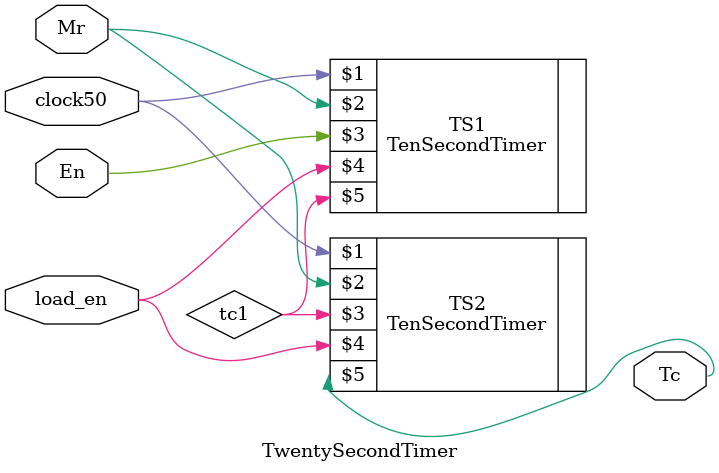
<source format=v>
module TwentySecondTimer(clock50, Mr, En, load_en, Tc);


	input clock50;
	input Mr;					//Master Reset
	input En;
	input load_en;
	output Tc;
	
	wire tc1;
	
TenSecondTimer TS1(clock50, Mr, En, load_en, tc1);

TenSecondTimer TS2(clock50, Mr, tc1, load_en, Tc);


endmodule 
</source>
